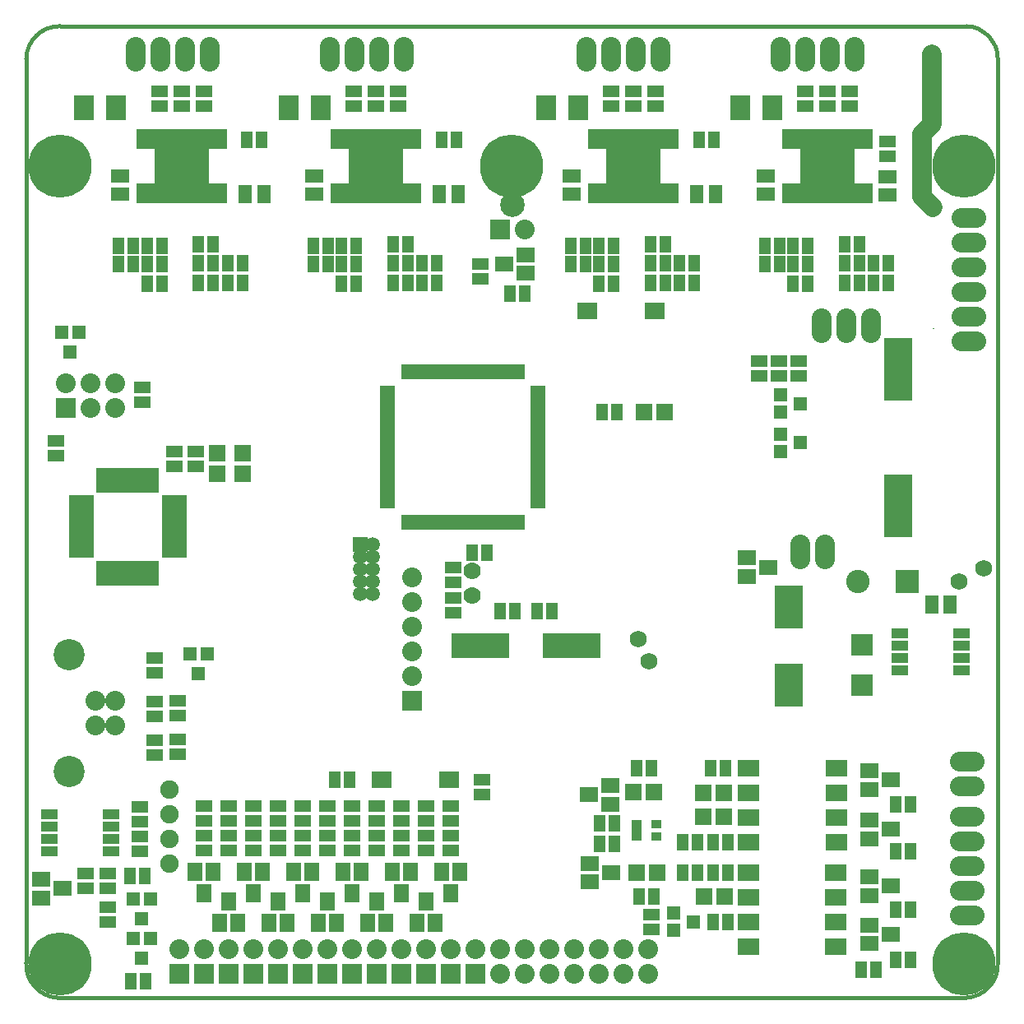
<source format=gts>
G04 #@! TF.FileFunction,Soldermask,Top*
%FSLAX46Y46*%
G04 Gerber Fmt 4.6, Leading zero omitted, Abs format (unit mm)*
G04 Created by KiCad (PCBNEW no-vcs-found-product) date Tue 29 Sep 2015 08:38:25 PM CEST*
%MOMM*%
G01*
G04 APERTURE LIST*
%ADD10C,0.150000*%
%ADD11C,0.124460*%
%ADD12C,1.998980*%
%ADD13C,0.381000*%
%ADD14R,1.907540X1.506220*%
%ADD15R,2.207260X1.706880*%
%ADD16R,1.422400X1.422400*%
%ADD17R,2.032000X2.032000*%
%ADD18C,2.032000*%
%ADD19R,1.706880X1.706880*%
%ADD20R,1.143000X1.651000*%
%ADD21R,1.016000X0.812800*%
%ADD22R,0.807720X2.108200*%
%ADD23R,5.687060X3.606800*%
%ADD24R,2.009140X1.706880*%
%ADD25R,1.508760X1.508760*%
%ADD26C,1.508760*%
%ADD27R,1.651000X1.143000*%
%ADD28C,1.757680*%
%ADD29R,1.397000X1.905000*%
%ADD30R,1.905000X1.397000*%
%ADD31R,2.207260X2.306320*%
%ADD32C,6.507480*%
%ADD33R,2.908300X4.508500*%
%ADD34R,2.908300X6.507480*%
%ADD35R,1.506220X1.907540*%
%ADD36R,2.413000X2.413000*%
%ADD37C,2.413000*%
%ADD38R,6.007100X2.506980*%
%ADD39C,1.778000*%
%ADD40C,1.905000*%
%ADD41R,2.032000X2.540000*%
%ADD42R,1.651000X1.016000*%
%ADD43R,2.506980X0.957580*%
%ADD44R,0.957580X2.506980*%
%ADD45R,1.524000X0.762000*%
%ADD46R,0.762000X1.524000*%
%ADD47C,3.208020*%
%ADD48C,2.506980*%
%ADD49O,2.032000X3.556000*%
%ADD50O,3.556000X2.032000*%
G04 APERTURE END LIST*
D10*
D11*
X93299280Y-31099760D02*
X93400880Y-31099760D01*
D12*
X92199460Y-17500600D02*
X93299280Y-18600420D01*
X92199460Y-11099800D02*
X92199460Y-17500600D01*
X93200220Y-10099040D02*
X92199460Y-11099800D01*
X93200220Y-2900680D02*
X93200220Y-10099040D01*
D13*
X100012500Y-3365500D02*
X100012500Y-96456500D01*
X3556000Y0D02*
X96774000Y0D01*
X0Y-96329500D02*
X0Y-3365500D01*
X96710500Y-100012500D02*
X3238500Y-100012500D01*
X3492500Y0D02*
G75*
G03X0Y-3365500I-63500J-3429000D01*
G01*
X0Y-96393000D02*
G75*
G03X3238500Y-100012500I3429000J-190500D01*
G01*
X96710500Y-100012500D02*
G75*
G03X100012500Y-96456500I-127000J3429000D01*
G01*
X100012500Y-3365500D02*
G75*
G03X96774000Y0I-3302000J63500D01*
G01*
D14*
X74211180Y-54739540D03*
X74211180Y-56639460D03*
X76410820Y-55689500D03*
X60154820Y-80070960D03*
X60154820Y-78171040D03*
X57955180Y-79121000D03*
D15*
X83342480Y-92176600D03*
X83342480Y-94716600D03*
X74340720Y-94716600D03*
X74340720Y-92176600D03*
X74340720Y-87096600D03*
X74340720Y-89636600D03*
X83342480Y-89636600D03*
X83342480Y-87096600D03*
D16*
X66611500Y-93091000D03*
X66611500Y-91313000D03*
X68643500Y-92202000D03*
X3632200Y-31508700D03*
X5410200Y-31508700D03*
X4521200Y-33540700D03*
X77660500Y-39751000D03*
X77660500Y-37973000D03*
X79692500Y-38862000D03*
X77660500Y-43751500D03*
X77660500Y-41973500D03*
X79692500Y-42862500D03*
X16840200Y-64655700D03*
X18618200Y-64655700D03*
X17729200Y-66687700D03*
D17*
X46228000Y-97536000D03*
D18*
X46228000Y-94996000D03*
X48768000Y-97536000D03*
X48768000Y-94996000D03*
X51308000Y-97536000D03*
X51308000Y-94996000D03*
X53848000Y-97536000D03*
X53848000Y-94996000D03*
X56388000Y-97536000D03*
X56388000Y-94996000D03*
X58928000Y-97536000D03*
X58928000Y-94996000D03*
X61468000Y-97536000D03*
X61468000Y-94996000D03*
X64008000Y-97536000D03*
X64008000Y-94996000D03*
D14*
X58018680Y-86172040D03*
X58018680Y-88071960D03*
X60218320Y-87122000D03*
D19*
X69753480Y-89598500D03*
X71851520Y-89598500D03*
D14*
X86784180Y-76647040D03*
X86784180Y-78546960D03*
X88983820Y-77597000D03*
D19*
X62514480Y-78867000D03*
X64612520Y-78867000D03*
D20*
X67564000Y-87122000D03*
X69088000Y-87122000D03*
X59055000Y-82042000D03*
X60579000Y-82042000D03*
X85979000Y-97155000D03*
X87503000Y-97155000D03*
D21*
X62865000Y-82105500D03*
X62865000Y-83375500D03*
X64897000Y-82105500D03*
X62865000Y-82740500D03*
X64897000Y-83375500D03*
D22*
X78275180Y-17226280D03*
X78925420Y-17226280D03*
X79573120Y-17226280D03*
X80223360Y-17226280D03*
X80873600Y-17226280D03*
X81523840Y-17226280D03*
X82174080Y-17226280D03*
X82824320Y-17226280D03*
X83474560Y-17226280D03*
X84124800Y-17226280D03*
X84775040Y-17226280D03*
X85425280Y-17226280D03*
X86075520Y-17226280D03*
X86723220Y-17226280D03*
X86723220Y-11628120D03*
X86075520Y-11628120D03*
X85425280Y-11628120D03*
X84775040Y-11628120D03*
X84124800Y-11628120D03*
X83474560Y-11628120D03*
X82824320Y-11628120D03*
X82174080Y-11628120D03*
X81523840Y-11628120D03*
X80873600Y-11628120D03*
X80223360Y-11628120D03*
X79573120Y-11628120D03*
X78925420Y-11628120D03*
X78275180Y-11628120D03*
D23*
X82499200Y-14427200D03*
D22*
X31772860Y-17226280D03*
X32423100Y-17226280D03*
X33070800Y-17226280D03*
X33721040Y-17226280D03*
X34371280Y-17226280D03*
X35021520Y-17226280D03*
X35671760Y-17226280D03*
X36322000Y-17226280D03*
X36972240Y-17226280D03*
X37622480Y-17226280D03*
X38272720Y-17226280D03*
X38922960Y-17226280D03*
X39573200Y-17226280D03*
X40220900Y-17226280D03*
X40220900Y-11628120D03*
X39573200Y-11628120D03*
X38922960Y-11628120D03*
X38272720Y-11628120D03*
X37622480Y-11628120D03*
X36972240Y-11628120D03*
X36322000Y-11628120D03*
X35671760Y-11628120D03*
X35021520Y-11628120D03*
X34371280Y-11628120D03*
X33721040Y-11628120D03*
X33070800Y-11628120D03*
X32423100Y-11628120D03*
X31772860Y-11628120D03*
D23*
X35996880Y-14427200D03*
D22*
X58275220Y-17226280D03*
X58925460Y-17226280D03*
X59573160Y-17226280D03*
X60223400Y-17226280D03*
X60873640Y-17226280D03*
X61523880Y-17226280D03*
X62174120Y-17226280D03*
X62824360Y-17226280D03*
X63474600Y-17226280D03*
X64124840Y-17226280D03*
X64775080Y-17226280D03*
X65425320Y-17226280D03*
X66075560Y-17226280D03*
X66723260Y-17226280D03*
X66723260Y-11628120D03*
X66075560Y-11628120D03*
X65425320Y-11628120D03*
X64775080Y-11628120D03*
X64124840Y-11628120D03*
X63474600Y-11628120D03*
X62824360Y-11628120D03*
X62174120Y-11628120D03*
X61523880Y-11628120D03*
X60873640Y-11628120D03*
X60223400Y-11628120D03*
X59573160Y-11628120D03*
X58925460Y-11628120D03*
X58275220Y-11628120D03*
D23*
X62499240Y-14427200D03*
D22*
X11775440Y-17226280D03*
X12425680Y-17226280D03*
X13073380Y-17226280D03*
X13723620Y-17226280D03*
X14373860Y-17226280D03*
X15024100Y-17226280D03*
X15674340Y-17226280D03*
X16324580Y-17226280D03*
X16974820Y-17226280D03*
X17625060Y-17226280D03*
X18275300Y-17226280D03*
X18925540Y-17226280D03*
X19575780Y-17226280D03*
X20223480Y-17226280D03*
X20223480Y-11628120D03*
X19575780Y-11628120D03*
X18925540Y-11628120D03*
X18275300Y-11628120D03*
X17625060Y-11628120D03*
X16974820Y-11628120D03*
X16324580Y-11628120D03*
X15674340Y-11628120D03*
X15024100Y-11628120D03*
X14373860Y-11628120D03*
X13723620Y-11628120D03*
X13073380Y-11628120D03*
X12425680Y-11628120D03*
X11775440Y-11628120D03*
D23*
X15999460Y-14427200D03*
D15*
X83367880Y-84010500D03*
X83367880Y-81470500D03*
X74366120Y-81470500D03*
X74366120Y-84010500D03*
X83367880Y-78930500D03*
X83367880Y-76390500D03*
X74366120Y-76390500D03*
X74366120Y-78930500D03*
D24*
X57713880Y-29273500D03*
X64714120Y-29273500D03*
X43568620Y-77533500D03*
X36568380Y-77533500D03*
D16*
X10985500Y-93916500D03*
X12763500Y-93916500D03*
X11874500Y-95948500D03*
X10985500Y-89852500D03*
X12763500Y-89852500D03*
X11874500Y-91884500D03*
D25*
X34417000Y-53340000D03*
D26*
X35687000Y-53340000D03*
X34417000Y-54610000D03*
X35687000Y-54610000D03*
X34417000Y-55880000D03*
X35687000Y-55880000D03*
X34417000Y-57150000D03*
X35687000Y-57150000D03*
X34417000Y-58420000D03*
X35687000Y-58420000D03*
D19*
X22288500Y-43972480D03*
X22288500Y-46070520D03*
X19621500Y-43972480D03*
X19621500Y-46070520D03*
D27*
X15240000Y-45339000D03*
X15240000Y-43815000D03*
X17462500Y-45339000D03*
X17462500Y-43815000D03*
D28*
X62992000Y-63055500D03*
X95986600Y-57200800D03*
X98526600Y-55803800D03*
X64135000Y-65405000D03*
D20*
X31750000Y-77533500D03*
X33274000Y-77533500D03*
D27*
X46926500Y-79057500D03*
X46926500Y-77533500D03*
D29*
X93192600Y-59550300D03*
X95097600Y-59550300D03*
D30*
X9652000Y-17322800D03*
X9652000Y-15417800D03*
D29*
X22542500Y-17259300D03*
X24447500Y-17259300D03*
D30*
X56151780Y-17322800D03*
X56151780Y-15417800D03*
D29*
X69042280Y-17259300D03*
X70947280Y-17259300D03*
D30*
X29649420Y-17322800D03*
X29649420Y-15417800D03*
D29*
X42539920Y-17259300D03*
X44444920Y-17259300D03*
D19*
X63593980Y-39751000D03*
X65692020Y-39751000D03*
D31*
X86017100Y-67823080D03*
X86017100Y-63723520D03*
D27*
X23368000Y-84836000D03*
X23368000Y-83312000D03*
X77444600Y-34467800D03*
X77444600Y-35991800D03*
X79476600Y-35991800D03*
X79476600Y-34467800D03*
X28448000Y-84836000D03*
X28448000Y-83312000D03*
X25908000Y-84836000D03*
X25908000Y-83312000D03*
D20*
X17736820Y-26426160D03*
X19260820Y-26426160D03*
X9525000Y-24498300D03*
X11049000Y-24498300D03*
X12446000Y-22593300D03*
X13970000Y-22593300D03*
X13970000Y-26530300D03*
X12446000Y-26530300D03*
X22260560Y-26426160D03*
X20736560Y-26426160D03*
D27*
X38608000Y-84836000D03*
X38608000Y-83312000D03*
X36068000Y-84836000D03*
X36068000Y-83312000D03*
D20*
X64236600Y-26426160D03*
X65760600Y-26426160D03*
X56024780Y-24498300D03*
X57548780Y-24498300D03*
X58945780Y-22593300D03*
X60469780Y-22593300D03*
X60469780Y-26530300D03*
X58945780Y-26530300D03*
X68760340Y-26426160D03*
X67236340Y-26426160D03*
D27*
X3048000Y-42672000D03*
X3048000Y-44196000D03*
X33528000Y-84836000D03*
X33528000Y-83312000D03*
X30988000Y-84836000D03*
X30988000Y-83312000D03*
D20*
X37734240Y-26426160D03*
X39258240Y-26426160D03*
X29522420Y-24498300D03*
X31046420Y-24498300D03*
X32443420Y-22593300D03*
X33967420Y-22593300D03*
X33967420Y-26530300D03*
X32443420Y-26530300D03*
X42257980Y-26426160D03*
X40733980Y-26426160D03*
D27*
X43688000Y-84836000D03*
X43688000Y-83312000D03*
X41148000Y-84836000D03*
X41148000Y-83312000D03*
D20*
X84236560Y-26426160D03*
X85760560Y-26426160D03*
X76024740Y-24498300D03*
X77548740Y-24498300D03*
X78945740Y-22593300D03*
X80469740Y-22593300D03*
X80469740Y-26530300D03*
X78945740Y-26530300D03*
X88760300Y-26426160D03*
X87236300Y-26426160D03*
X64643000Y-89598500D03*
X63119000Y-89598500D03*
X64325500Y-76390500D03*
X62801500Y-76390500D03*
X72199500Y-92202000D03*
X70675500Y-92202000D03*
X59055000Y-84201000D03*
X60579000Y-84201000D03*
X91059000Y-90932000D03*
X89535000Y-90932000D03*
X91059000Y-96139000D03*
X89535000Y-96139000D03*
D27*
X64389000Y-92964000D03*
X64389000Y-91440000D03*
D20*
X72199500Y-87122000D03*
X70675500Y-87122000D03*
X70675500Y-84010500D03*
X72199500Y-84010500D03*
X91059000Y-84963000D03*
X89535000Y-84963000D03*
X69088000Y-84010500D03*
X67564000Y-84010500D03*
X70485000Y-76390500D03*
X72009000Y-76390500D03*
X91059000Y-80137000D03*
X89535000Y-80137000D03*
D27*
X6096000Y-88773000D03*
X6096000Y-87249000D03*
X8382000Y-92202000D03*
X8382000Y-90678000D03*
D20*
X10795000Y-98298000D03*
X12319000Y-98298000D03*
X10668000Y-87439500D03*
X12192000Y-87439500D03*
D27*
X18288000Y-84836000D03*
X18288000Y-83312000D03*
X20828000Y-84836000D03*
X20828000Y-83312000D03*
X46736000Y-26022300D03*
X46736000Y-24498300D03*
X13208000Y-69532500D03*
X13208000Y-71056500D03*
X15557500Y-69469000D03*
X15557500Y-70993000D03*
X13208000Y-65024000D03*
X13208000Y-66548000D03*
D20*
X45910500Y-54165500D03*
X47434500Y-54165500D03*
D27*
X11684000Y-84963000D03*
X11684000Y-83439000D03*
D20*
X17736820Y-24399240D03*
X19260820Y-24399240D03*
X9525000Y-22593300D03*
X11049000Y-22593300D03*
D27*
X18288000Y-8242300D03*
X18288000Y-6718300D03*
X16002000Y-6718300D03*
X16002000Y-8242300D03*
X13716000Y-6718300D03*
X13716000Y-8242300D03*
D20*
X64234060Y-24429720D03*
X65758060Y-24429720D03*
X56024780Y-22593300D03*
X57548780Y-22593300D03*
D27*
X64787780Y-8242300D03*
X64787780Y-6718300D03*
X62501780Y-6718300D03*
X62501780Y-8242300D03*
X60215780Y-6718300D03*
X60215780Y-8242300D03*
X23368000Y-81788000D03*
X23368000Y-80264000D03*
D20*
X37731700Y-24429720D03*
X39255700Y-24429720D03*
X29522420Y-22593300D03*
X31046420Y-22593300D03*
D27*
X38285420Y-8242300D03*
X38285420Y-6718300D03*
X35999420Y-6718300D03*
X35999420Y-8242300D03*
X33713420Y-6718300D03*
X33713420Y-8242300D03*
X28448000Y-81788000D03*
X28448000Y-80264000D03*
D20*
X84234020Y-24429720D03*
X85758020Y-24429720D03*
X76024740Y-22593300D03*
X77548740Y-22593300D03*
D27*
X84787740Y-8242300D03*
X84787740Y-6718300D03*
X82501740Y-6718300D03*
X82501740Y-8242300D03*
X80215740Y-6718300D03*
X80215740Y-8242300D03*
X33528000Y-81788000D03*
X33528000Y-80264000D03*
X43688000Y-81788000D03*
X43688000Y-80264000D03*
X13208000Y-73469500D03*
X13208000Y-74993500D03*
X15557500Y-73406000D03*
X15557500Y-74930000D03*
X43942000Y-55689500D03*
X43942000Y-57213500D03*
X43942000Y-60388500D03*
X43942000Y-58864500D03*
D20*
X54102000Y-60198000D03*
X52578000Y-60198000D03*
X48768000Y-60198000D03*
X50292000Y-60198000D03*
X60833000Y-39751000D03*
X59309000Y-39751000D03*
D32*
X49999900Y-14427200D03*
X96499680Y-14427200D03*
X3500120Y-96502220D03*
X96499680Y-96502220D03*
X3500120Y-14427200D03*
D33*
X78524100Y-59804300D03*
X78524100Y-67805300D03*
D34*
X89763600Y-35341560D03*
X89763600Y-49342040D03*
D35*
X19237960Y-87038180D03*
X17338040Y-87038180D03*
X18288000Y-89237820D03*
X19878040Y-92285820D03*
X21777960Y-92285820D03*
X20828000Y-90086180D03*
X24317960Y-87038180D03*
X22418040Y-87038180D03*
X23368000Y-89237820D03*
X29397960Y-87038180D03*
X27498040Y-87038180D03*
X28448000Y-89237820D03*
X24958040Y-92285820D03*
X26857960Y-92285820D03*
X25908000Y-90086180D03*
D14*
X51391820Y-25448260D03*
X51391820Y-23548340D03*
X49192180Y-24498300D03*
X1567180Y-87823040D03*
X1567180Y-89722960D03*
X3766820Y-88773000D03*
D35*
X39557960Y-87038180D03*
X37658040Y-87038180D03*
X38608000Y-89237820D03*
X35118040Y-92285820D03*
X37017960Y-92285820D03*
X36068000Y-90086180D03*
X34477960Y-87038180D03*
X32578040Y-87038180D03*
X33528000Y-89237820D03*
D14*
X86784180Y-81727040D03*
X86784180Y-83626960D03*
X88983820Y-82677000D03*
D35*
X44637960Y-87038180D03*
X42738040Y-87038180D03*
X43688000Y-89237820D03*
D14*
X86784180Y-92522040D03*
X86784180Y-94421960D03*
X88983820Y-93472000D03*
D35*
X40198040Y-92285820D03*
X42097960Y-92285820D03*
X41148000Y-90086180D03*
D14*
X86784180Y-87569040D03*
X86784180Y-89468960D03*
X88983820Y-88519000D03*
D35*
X30038040Y-92285820D03*
X31937960Y-92285820D03*
X30988000Y-90086180D03*
D36*
X90652600Y-57200800D03*
D37*
X85572600Y-57200800D03*
D19*
X62831980Y-87122000D03*
X64930020Y-87122000D03*
X69689980Y-81407000D03*
X71788020Y-81407000D03*
X69689980Y-78930500D03*
X71788020Y-78930500D03*
D17*
X39687500Y-69405500D03*
D18*
X39687500Y-66865500D03*
X39687500Y-64325500D03*
X39687500Y-61785500D03*
X39687500Y-59245500D03*
X39687500Y-56705500D03*
D17*
X38608000Y-97536000D03*
D18*
X38608000Y-94996000D03*
D17*
X25908000Y-97536000D03*
D18*
X25908000Y-94996000D03*
D17*
X28448000Y-97536000D03*
D18*
X28448000Y-94996000D03*
D17*
X23368000Y-97536000D03*
D18*
X23368000Y-94996000D03*
D17*
X33528000Y-97536000D03*
D18*
X33528000Y-94996000D03*
D17*
X30988000Y-97536000D03*
D18*
X30988000Y-94996000D03*
D17*
X43688000Y-97536000D03*
D18*
X43688000Y-94996000D03*
D17*
X15748000Y-97536000D03*
D18*
X15748000Y-94996000D03*
D17*
X18288000Y-97536000D03*
D18*
X18288000Y-94996000D03*
D17*
X20828000Y-97536000D03*
D18*
X20828000Y-94996000D03*
D17*
X48768000Y-20942300D03*
D18*
X51308000Y-20942300D03*
D17*
X41148000Y-97536000D03*
D18*
X41148000Y-94996000D03*
D17*
X36068000Y-97536000D03*
D18*
X36068000Y-94996000D03*
D17*
X4064000Y-39306500D03*
D18*
X4064000Y-36766500D03*
X6604000Y-39306500D03*
X6604000Y-36766500D03*
X9144000Y-39306500D03*
X9144000Y-36766500D03*
D38*
X46736000Y-63754000D03*
X56134000Y-63754000D03*
D39*
X45910500Y-58610500D03*
X45910500Y-56070500D03*
D40*
X14732000Y-86233000D03*
X14732000Y-83693000D03*
X14732000Y-81153000D03*
X14732000Y-78613000D03*
D27*
X8382000Y-88773000D03*
X8382000Y-87249000D03*
X18288000Y-81788000D03*
X18288000Y-80264000D03*
D20*
X84236560Y-22428200D03*
X85760560Y-22428200D03*
D27*
X88646000Y-11861800D03*
X88646000Y-13385800D03*
D20*
X49784000Y-27546300D03*
X51308000Y-27546300D03*
X88760300Y-24427180D03*
X87236300Y-24427180D03*
X80469740Y-24498300D03*
X78945740Y-24498300D03*
D27*
X41148000Y-81788000D03*
X41148000Y-80264000D03*
X38608000Y-81788000D03*
X38608000Y-80264000D03*
D20*
X37734240Y-22428200D03*
X39258240Y-22428200D03*
X42730420Y-11671300D03*
X44254420Y-11671300D03*
X42257980Y-24427180D03*
X40733980Y-24427180D03*
D27*
X20828000Y-81788000D03*
X20828000Y-80264000D03*
X75412600Y-34467800D03*
X75412600Y-35991800D03*
X11684000Y-80391000D03*
X11684000Y-81915000D03*
X25908000Y-81788000D03*
X25908000Y-80264000D03*
D20*
X13970000Y-24498300D03*
X12446000Y-24498300D03*
X22260560Y-24427180D03*
X20736560Y-24427180D03*
X22733000Y-11671300D03*
X24257000Y-11671300D03*
X33967420Y-24498300D03*
X32443420Y-24498300D03*
D27*
X36068000Y-81788000D03*
X36068000Y-80264000D03*
D20*
X60469780Y-24498300D03*
X58945780Y-24498300D03*
X68760340Y-24427180D03*
X67236340Y-24427180D03*
X69232780Y-11671300D03*
X70756780Y-11671300D03*
X64236600Y-22428200D03*
X65760600Y-22428200D03*
D27*
X11938000Y-38735000D03*
X11938000Y-37211000D03*
X30988000Y-81788000D03*
X30988000Y-80264000D03*
D20*
X17736820Y-22428200D03*
X19260820Y-22428200D03*
D30*
X76151740Y-17322800D03*
X76151740Y-15417800D03*
X88646000Y-17386300D03*
X88646000Y-15481300D03*
D41*
X76786740Y-8369300D03*
X73484740Y-8369300D03*
X56786780Y-8369300D03*
X53484780Y-8369300D03*
X9250680Y-8399780D03*
X5948680Y-8399780D03*
X30284420Y-8369300D03*
X26982420Y-8369300D03*
D42*
X2413000Y-84963000D03*
X2413000Y-83693000D03*
X2413000Y-82423000D03*
X2413000Y-81153000D03*
X8763000Y-81153000D03*
X8763000Y-82423000D03*
X8763000Y-83693000D03*
X8763000Y-84963000D03*
X96304100Y-62471300D03*
X96304100Y-63741300D03*
X96304100Y-65011300D03*
X96304100Y-66281300D03*
X89954100Y-66281300D03*
X89954100Y-65011300D03*
X89954100Y-63741300D03*
X89954100Y-62471300D03*
D43*
X15229840Y-48722280D03*
X15229840Y-49522380D03*
X15229840Y-50322480D03*
X15229840Y-51122580D03*
X15229840Y-51922680D03*
X15229840Y-52722780D03*
X15229840Y-53522880D03*
X15229840Y-54322980D03*
X5664200Y-54317900D03*
X5664200Y-48704500D03*
X5664200Y-49517300D03*
X5664200Y-50330100D03*
X5664200Y-51117500D03*
X5664200Y-51930300D03*
X5664200Y-52717700D03*
X5664200Y-53530500D03*
D44*
X13238480Y-56324500D03*
X12440920Y-56324500D03*
X11638280Y-56324500D03*
X10840720Y-56324500D03*
X10038080Y-56324500D03*
X9240520Y-56324500D03*
X8437880Y-56324500D03*
X7640320Y-56324500D03*
X13233400Y-46723300D03*
X12446000Y-46723300D03*
X11633200Y-46723300D03*
X10845800Y-46723300D03*
X10058400Y-46723300D03*
X9245600Y-46723300D03*
X8432800Y-46723300D03*
X7620000Y-46723300D03*
D45*
X37211000Y-49301400D03*
X37211000Y-37312600D03*
X37211000Y-37820600D03*
X37211000Y-38303200D03*
X37211000Y-38811200D03*
X37211000Y-39319200D03*
X37211000Y-39801800D03*
X37211000Y-40309800D03*
X37211000Y-40817800D03*
X37211000Y-41300400D03*
X37211000Y-41808400D03*
X37211000Y-42316400D03*
X37211000Y-42824400D03*
X37211000Y-43307000D03*
X37211000Y-43815000D03*
X37211000Y-44323000D03*
X37211000Y-44805600D03*
X37211000Y-45313600D03*
X37211000Y-45821600D03*
X37211000Y-46304200D03*
X37211000Y-46812200D03*
X37211000Y-47320200D03*
X37211000Y-47802800D03*
X37211000Y-48310800D03*
X37211000Y-48818800D03*
D46*
X38963600Y-35560000D03*
X50952400Y-35560000D03*
X50444400Y-35560000D03*
X49961800Y-35560000D03*
X49453800Y-35560000D03*
X48945800Y-35560000D03*
X48463200Y-35560000D03*
X47955200Y-35560000D03*
X47447200Y-35560000D03*
X46964600Y-35560000D03*
X46456600Y-35560000D03*
X45948600Y-35560000D03*
X45440600Y-35560000D03*
X44958000Y-35560000D03*
X44450000Y-35560000D03*
X43942000Y-35560000D03*
X43459400Y-35560000D03*
X42951400Y-35560000D03*
X42443400Y-35560000D03*
X41960800Y-35560000D03*
X41452800Y-35560000D03*
X40944800Y-35560000D03*
X40462200Y-35560000D03*
X39954200Y-35560000D03*
X39446200Y-35560000D03*
X38963600Y-51054000D03*
X39471600Y-51054000D03*
X39954200Y-51054000D03*
X40462200Y-51054000D03*
X40970200Y-51054000D03*
X41452800Y-51054000D03*
X41960800Y-51054000D03*
X42468800Y-51054000D03*
X42951400Y-51054000D03*
X43459400Y-51054000D03*
X43967400Y-51054000D03*
X44475400Y-51054000D03*
X44958000Y-51054000D03*
X45466000Y-51054000D03*
X45974000Y-51054000D03*
X46456600Y-51054000D03*
X46964600Y-51054000D03*
X47472600Y-51054000D03*
X47955200Y-51054000D03*
X48463200Y-51054000D03*
X48971200Y-51054000D03*
X49453800Y-51054000D03*
X49961800Y-51054000D03*
X50469800Y-51054000D03*
X50952400Y-51054000D03*
D45*
X52705000Y-49301400D03*
X52705000Y-48793400D03*
X52705000Y-48310800D03*
X52705000Y-47802800D03*
X52705000Y-47294800D03*
X52705000Y-46812200D03*
X52705000Y-46304200D03*
X52705000Y-45796200D03*
X52705000Y-45313600D03*
X52705000Y-44805600D03*
X52705000Y-44297600D03*
X52705000Y-43789600D03*
X52705000Y-43307000D03*
X52705000Y-42799000D03*
X52705000Y-42291000D03*
X52705000Y-41808400D03*
X52705000Y-41300400D03*
X52705000Y-40792400D03*
X52705000Y-40309800D03*
X52705000Y-39801800D03*
X52705000Y-39293800D03*
X52705000Y-38811200D03*
X52705000Y-38303200D03*
X52705000Y-37795200D03*
X52705000Y-37312600D03*
D18*
X9144000Y-72009000D03*
X9144000Y-69469000D03*
X7145020Y-69469000D03*
X7145020Y-72009000D03*
D47*
X4445000Y-76738480D03*
X4445000Y-64739520D03*
D48*
X50038000Y-18402300D03*
D49*
X77675740Y-2908300D03*
X80215740Y-2908300D03*
X82755740Y-2908300D03*
X85295740Y-2908300D03*
X31290260Y-2900680D03*
X33830260Y-2900680D03*
X36370260Y-2900680D03*
X38910260Y-2900680D03*
X57675780Y-2908300D03*
X60215780Y-2908300D03*
X62755780Y-2908300D03*
X65295780Y-2908300D03*
X11264900Y-2895600D03*
X13804900Y-2895600D03*
X16344900Y-2895600D03*
X18884900Y-2895600D03*
D50*
X97053400Y-19748500D03*
X97053400Y-22288500D03*
X97053400Y-24828500D03*
X97053400Y-27368500D03*
X97053400Y-29908500D03*
X97053400Y-32448500D03*
D49*
X81851500Y-30861000D03*
X84391500Y-30861000D03*
X86931500Y-30861000D03*
D50*
X96901000Y-81407000D03*
X96901000Y-83947000D03*
X96901000Y-86487000D03*
X96901000Y-89027000D03*
X96901000Y-91567000D03*
X96901000Y-75692000D03*
X96901000Y-78232000D03*
D49*
X79692500Y-54102000D03*
X82232500Y-54102000D03*
M02*

</source>
